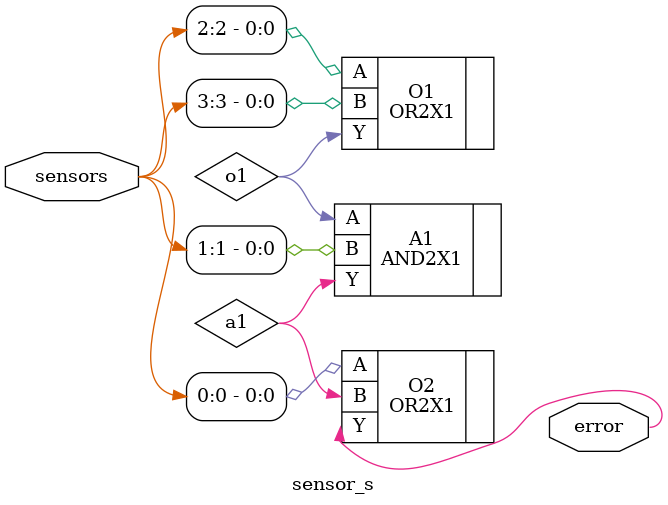
<source format=sv>

module sensor_s
	(
	input wire [3:0]sensors,
	output wire error
	);
	wire o1, a1;
	OR2X1 O1(.A(sensors[2]), .B(sensors[3]), .Y(o1));
	AND2X1 A1(.A(o1), .B(sensors[1]), .Y(a1));
	OR2X1 O2(.A(sensors[0]), .B(a1), .Y(error));
endmodule

</source>
